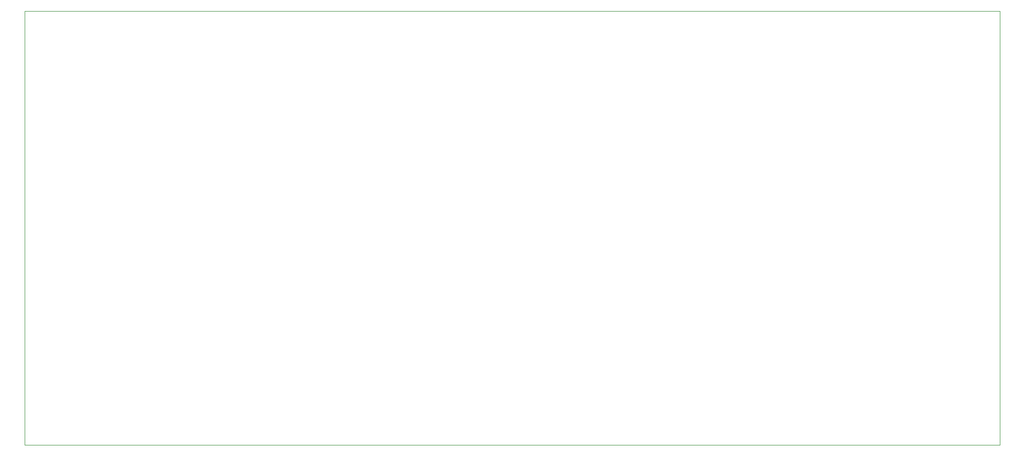
<source format=gm1>
G04 #@! TF.GenerationSoftware,KiCad,Pcbnew,(5.1.6)-1*
G04 #@! TF.CreationDate,2020-10-12T20:39:35+02:00*
G04 #@! TF.ProjectId,TestRig-PCB,54657374-5269-4672-9d50-43422e6b6963,rev?*
G04 #@! TF.SameCoordinates,Original*
G04 #@! TF.FileFunction,Profile,NP*
%FSLAX46Y46*%
G04 Gerber Fmt 4.6, Leading zero omitted, Abs format (unit mm)*
G04 Created by KiCad (PCBNEW (5.1.6)-1) date 2020-10-12 20:39:35*
%MOMM*%
%LPD*%
G01*
G04 APERTURE LIST*
G04 #@! TA.AperFunction,Profile*
%ADD10C,0.050000*%
G04 #@! TD*
G04 APERTURE END LIST*
D10*
X74000000Y-123000000D02*
X74000000Y-50000000D01*
X238000000Y-123000000D02*
X74000000Y-123000000D01*
X238000000Y-50000000D02*
X238000000Y-123000000D01*
X74000000Y-50000000D02*
X238000000Y-50000000D01*
M02*

</source>
